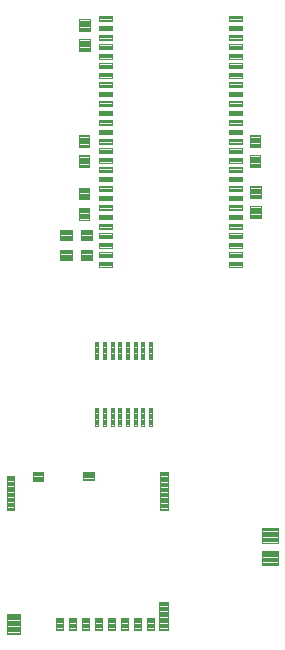
<source format=gbp>
G75*
%MOIN*%
%OFA0B0*%
%FSLAX25Y25*%
%IPPOS*%
%LPD*%
%AMOC8*
5,1,8,0,0,1.08239X$1,22.5*
%
%ADD10C,0.00394*%
%ADD11C,0.00400*%
%ADD12C,0.00409*%
%ADD13C,0.00413*%
%ADD14C,0.00404*%
%ADD15C,0.00399*%
%ADD16C,0.00390*%
%ADD17C,0.00406*%
D10*
X0271964Y0270625D02*
X0275900Y0270625D01*
X0275900Y0267083D01*
X0271964Y0267083D01*
X0271964Y0270625D01*
X0271964Y0267476D02*
X0275900Y0267476D01*
X0275900Y0267869D02*
X0271964Y0267869D01*
X0271964Y0268262D02*
X0275900Y0268262D01*
X0275900Y0268655D02*
X0271964Y0268655D01*
X0271964Y0269048D02*
X0275900Y0269048D01*
X0275900Y0269441D02*
X0271964Y0269441D01*
X0271964Y0269834D02*
X0275900Y0269834D01*
X0275900Y0270227D02*
X0271964Y0270227D01*
X0271964Y0270620D02*
X0275900Y0270620D01*
X0278657Y0270625D02*
X0282593Y0270625D01*
X0282593Y0267083D01*
X0278657Y0267083D01*
X0278657Y0270625D01*
X0278657Y0267476D02*
X0282593Y0267476D01*
X0282593Y0267869D02*
X0278657Y0267869D01*
X0278657Y0268262D02*
X0282593Y0268262D01*
X0282593Y0268655D02*
X0278657Y0268655D01*
X0278657Y0269048D02*
X0282593Y0269048D01*
X0282593Y0269441D02*
X0278657Y0269441D01*
X0278657Y0269834D02*
X0282593Y0269834D01*
X0282593Y0270227D02*
X0278657Y0270227D01*
X0278657Y0270620D02*
X0282593Y0270620D01*
X0289081Y0271372D02*
X0289081Y0272946D01*
X0289081Y0271372D02*
X0284751Y0271372D01*
X0284751Y0272946D01*
X0289081Y0272946D01*
X0289081Y0271765D02*
X0284751Y0271765D01*
X0284751Y0272158D02*
X0289081Y0272158D01*
X0289081Y0272551D02*
X0284751Y0272551D01*
X0284751Y0272944D02*
X0289081Y0272944D01*
X0289081Y0274521D02*
X0289081Y0276095D01*
X0289081Y0274521D02*
X0284751Y0274521D01*
X0284751Y0276095D01*
X0289081Y0276095D01*
X0289081Y0274914D02*
X0284751Y0274914D01*
X0284751Y0275307D02*
X0289081Y0275307D01*
X0289081Y0275700D02*
X0284751Y0275700D01*
X0284751Y0276093D02*
X0289081Y0276093D01*
X0289081Y0277671D02*
X0289081Y0279245D01*
X0289081Y0277671D02*
X0284751Y0277671D01*
X0284751Y0279245D01*
X0289081Y0279245D01*
X0289081Y0278064D02*
X0284751Y0278064D01*
X0284751Y0278457D02*
X0289081Y0278457D01*
X0289081Y0278850D02*
X0284751Y0278850D01*
X0284751Y0279243D02*
X0289081Y0279243D01*
X0289081Y0280820D02*
X0289081Y0282394D01*
X0289081Y0280820D02*
X0284751Y0280820D01*
X0284751Y0282394D01*
X0289081Y0282394D01*
X0289081Y0281213D02*
X0284751Y0281213D01*
X0284751Y0281606D02*
X0289081Y0281606D01*
X0289081Y0281999D02*
X0284751Y0281999D01*
X0284751Y0282392D02*
X0289081Y0282392D01*
X0289081Y0283970D02*
X0289081Y0285544D01*
X0289081Y0283970D02*
X0284751Y0283970D01*
X0284751Y0285544D01*
X0289081Y0285544D01*
X0289081Y0284363D02*
X0284751Y0284363D01*
X0284751Y0284756D02*
X0289081Y0284756D01*
X0289081Y0285149D02*
X0284751Y0285149D01*
X0284751Y0285542D02*
X0289081Y0285542D01*
X0289081Y0287120D02*
X0289081Y0288694D01*
X0289081Y0287120D02*
X0284751Y0287120D01*
X0284751Y0288694D01*
X0289081Y0288694D01*
X0289081Y0287513D02*
X0284751Y0287513D01*
X0284751Y0287906D02*
X0289081Y0287906D01*
X0289081Y0288299D02*
X0284751Y0288299D01*
X0284751Y0288692D02*
X0289081Y0288692D01*
X0289081Y0290269D02*
X0289081Y0291843D01*
X0289081Y0290269D02*
X0284751Y0290269D01*
X0284751Y0291843D01*
X0289081Y0291843D01*
X0289081Y0290662D02*
X0284751Y0290662D01*
X0284751Y0291055D02*
X0289081Y0291055D01*
X0289081Y0291448D02*
X0284751Y0291448D01*
X0284751Y0291841D02*
X0289081Y0291841D01*
X0289081Y0293419D02*
X0289081Y0294993D01*
X0289081Y0293419D02*
X0284751Y0293419D01*
X0284751Y0294993D01*
X0289081Y0294993D01*
X0289081Y0293812D02*
X0284751Y0293812D01*
X0284751Y0294205D02*
X0289081Y0294205D01*
X0289081Y0294598D02*
X0284751Y0294598D01*
X0284751Y0294991D02*
X0289081Y0294991D01*
X0289081Y0296569D02*
X0289081Y0298143D01*
X0289081Y0296569D02*
X0284751Y0296569D01*
X0284751Y0298143D01*
X0289081Y0298143D01*
X0289081Y0296962D02*
X0284751Y0296962D01*
X0284751Y0297355D02*
X0289081Y0297355D01*
X0289081Y0297748D02*
X0284751Y0297748D01*
X0284751Y0298141D02*
X0289081Y0298141D01*
X0289081Y0299718D02*
X0289081Y0301292D01*
X0289081Y0299718D02*
X0284751Y0299718D01*
X0284751Y0301292D01*
X0289081Y0301292D01*
X0289081Y0300111D02*
X0284751Y0300111D01*
X0284751Y0300504D02*
X0289081Y0300504D01*
X0289081Y0300897D02*
X0284751Y0300897D01*
X0284751Y0301290D02*
X0289081Y0301290D01*
X0289081Y0302868D02*
X0289081Y0304442D01*
X0289081Y0302868D02*
X0284751Y0302868D01*
X0284751Y0304442D01*
X0289081Y0304442D01*
X0289081Y0303261D02*
X0284751Y0303261D01*
X0284751Y0303654D02*
X0289081Y0303654D01*
X0289081Y0304047D02*
X0284751Y0304047D01*
X0284751Y0304440D02*
X0289081Y0304440D01*
X0289081Y0306017D02*
X0289081Y0307591D01*
X0289081Y0306017D02*
X0284751Y0306017D01*
X0284751Y0307591D01*
X0289081Y0307591D01*
X0289081Y0306410D02*
X0284751Y0306410D01*
X0284751Y0306803D02*
X0289081Y0306803D01*
X0289081Y0307196D02*
X0284751Y0307196D01*
X0284751Y0307589D02*
X0289081Y0307589D01*
X0289081Y0309167D02*
X0289081Y0310741D01*
X0289081Y0309167D02*
X0284751Y0309167D01*
X0284751Y0310741D01*
X0289081Y0310741D01*
X0289081Y0309560D02*
X0284751Y0309560D01*
X0284751Y0309953D02*
X0289081Y0309953D01*
X0289081Y0310346D02*
X0284751Y0310346D01*
X0284751Y0310739D02*
X0289081Y0310739D01*
X0289081Y0312317D02*
X0289081Y0313891D01*
X0289081Y0312317D02*
X0284751Y0312317D01*
X0284751Y0313891D01*
X0289081Y0313891D01*
X0289081Y0312710D02*
X0284751Y0312710D01*
X0284751Y0313103D02*
X0289081Y0313103D01*
X0289081Y0313496D02*
X0284751Y0313496D01*
X0284751Y0313889D02*
X0289081Y0313889D01*
X0289081Y0315466D02*
X0289081Y0317040D01*
X0289081Y0315466D02*
X0284751Y0315466D01*
X0284751Y0317040D01*
X0289081Y0317040D01*
X0289081Y0315859D02*
X0284751Y0315859D01*
X0284751Y0316252D02*
X0289081Y0316252D01*
X0289081Y0316645D02*
X0284751Y0316645D01*
X0284751Y0317038D02*
X0289081Y0317038D01*
X0289081Y0318616D02*
X0289081Y0320190D01*
X0289081Y0318616D02*
X0284751Y0318616D01*
X0284751Y0320190D01*
X0289081Y0320190D01*
X0289081Y0319009D02*
X0284751Y0319009D01*
X0284751Y0319402D02*
X0289081Y0319402D01*
X0289081Y0319795D02*
X0284751Y0319795D01*
X0284751Y0320188D02*
X0289081Y0320188D01*
X0289081Y0321765D02*
X0289081Y0323339D01*
X0289081Y0321765D02*
X0284751Y0321765D01*
X0284751Y0323339D01*
X0289081Y0323339D01*
X0289081Y0322158D02*
X0284751Y0322158D01*
X0284751Y0322551D02*
X0289081Y0322551D01*
X0289081Y0322944D02*
X0284751Y0322944D01*
X0284751Y0323337D02*
X0289081Y0323337D01*
X0289081Y0324915D02*
X0289081Y0326489D01*
X0289081Y0324915D02*
X0284751Y0324915D01*
X0284751Y0326489D01*
X0289081Y0326489D01*
X0289081Y0325308D02*
X0284751Y0325308D01*
X0284751Y0325701D02*
X0289081Y0325701D01*
X0289081Y0326094D02*
X0284751Y0326094D01*
X0284751Y0326487D02*
X0289081Y0326487D01*
X0289081Y0328065D02*
X0289081Y0329639D01*
X0289081Y0328065D02*
X0284751Y0328065D01*
X0284751Y0329639D01*
X0289081Y0329639D01*
X0289081Y0328458D02*
X0284751Y0328458D01*
X0284751Y0328851D02*
X0289081Y0328851D01*
X0289081Y0329244D02*
X0284751Y0329244D01*
X0284751Y0329637D02*
X0289081Y0329637D01*
X0289081Y0331214D02*
X0289081Y0332788D01*
X0289081Y0331214D02*
X0284751Y0331214D01*
X0284751Y0332788D01*
X0289081Y0332788D01*
X0289081Y0331607D02*
X0284751Y0331607D01*
X0284751Y0332000D02*
X0289081Y0332000D01*
X0289081Y0332393D02*
X0284751Y0332393D01*
X0284751Y0332786D02*
X0289081Y0332786D01*
X0289081Y0334364D02*
X0289081Y0335938D01*
X0289081Y0334364D02*
X0284751Y0334364D01*
X0284751Y0335938D01*
X0289081Y0335938D01*
X0289081Y0334757D02*
X0284751Y0334757D01*
X0284751Y0335150D02*
X0289081Y0335150D01*
X0289081Y0335543D02*
X0284751Y0335543D01*
X0284751Y0335936D02*
X0289081Y0335936D01*
X0289081Y0337513D02*
X0289081Y0339087D01*
X0289081Y0337513D02*
X0284751Y0337513D01*
X0284751Y0339087D01*
X0289081Y0339087D01*
X0289081Y0337906D02*
X0284751Y0337906D01*
X0284751Y0338299D02*
X0289081Y0338299D01*
X0289081Y0338692D02*
X0284751Y0338692D01*
X0284751Y0339085D02*
X0289081Y0339085D01*
X0289081Y0340663D02*
X0289081Y0342237D01*
X0289081Y0340663D02*
X0284751Y0340663D01*
X0284751Y0342237D01*
X0289081Y0342237D01*
X0289081Y0341056D02*
X0284751Y0341056D01*
X0284751Y0341449D02*
X0289081Y0341449D01*
X0289081Y0341842D02*
X0284751Y0341842D01*
X0284751Y0342235D02*
X0289081Y0342235D01*
X0289081Y0343813D02*
X0289081Y0345387D01*
X0289081Y0343813D02*
X0284751Y0343813D01*
X0284751Y0345387D01*
X0289081Y0345387D01*
X0289081Y0344206D02*
X0284751Y0344206D01*
X0284751Y0344599D02*
X0289081Y0344599D01*
X0289081Y0344992D02*
X0284751Y0344992D01*
X0284751Y0345385D02*
X0289081Y0345385D01*
X0289081Y0346962D02*
X0289081Y0348536D01*
X0289081Y0346962D02*
X0284751Y0346962D01*
X0284751Y0348536D01*
X0289081Y0348536D01*
X0289081Y0347355D02*
X0284751Y0347355D01*
X0284751Y0347748D02*
X0289081Y0347748D01*
X0289081Y0348141D02*
X0284751Y0348141D01*
X0284751Y0348534D02*
X0289081Y0348534D01*
X0278207Y0347469D02*
X0278207Y0343533D01*
X0278207Y0347469D02*
X0281749Y0347469D01*
X0281749Y0343533D01*
X0278207Y0343533D01*
X0278207Y0343926D02*
X0281749Y0343926D01*
X0281749Y0344319D02*
X0278207Y0344319D01*
X0278207Y0344712D02*
X0281749Y0344712D01*
X0281749Y0345105D02*
X0278207Y0345105D01*
X0278207Y0345498D02*
X0281749Y0345498D01*
X0281749Y0345891D02*
X0278207Y0345891D01*
X0278207Y0346284D02*
X0281749Y0346284D01*
X0281749Y0346677D02*
X0278207Y0346677D01*
X0278207Y0347070D02*
X0281749Y0347070D01*
X0281749Y0347463D02*
X0278207Y0347463D01*
X0278207Y0340776D02*
X0278207Y0336840D01*
X0278207Y0340776D02*
X0281749Y0340776D01*
X0281749Y0336840D01*
X0278207Y0336840D01*
X0278207Y0337233D02*
X0281749Y0337233D01*
X0281749Y0337626D02*
X0278207Y0337626D01*
X0278207Y0338019D02*
X0281749Y0338019D01*
X0281749Y0338412D02*
X0278207Y0338412D01*
X0278207Y0338805D02*
X0281749Y0338805D01*
X0281749Y0339198D02*
X0278207Y0339198D01*
X0278207Y0339591D02*
X0281749Y0339591D01*
X0281749Y0339984D02*
X0278207Y0339984D01*
X0278207Y0340377D02*
X0281749Y0340377D01*
X0281749Y0340770D02*
X0278207Y0340770D01*
X0278007Y0308869D02*
X0278007Y0304933D01*
X0278007Y0308869D02*
X0281549Y0308869D01*
X0281549Y0304933D01*
X0278007Y0304933D01*
X0278007Y0305326D02*
X0281549Y0305326D01*
X0281549Y0305719D02*
X0278007Y0305719D01*
X0278007Y0306112D02*
X0281549Y0306112D01*
X0281549Y0306505D02*
X0278007Y0306505D01*
X0278007Y0306898D02*
X0281549Y0306898D01*
X0281549Y0307291D02*
X0278007Y0307291D01*
X0278007Y0307684D02*
X0281549Y0307684D01*
X0281549Y0308077D02*
X0278007Y0308077D01*
X0278007Y0308470D02*
X0281549Y0308470D01*
X0281549Y0308863D02*
X0278007Y0308863D01*
X0278007Y0302176D02*
X0278007Y0298240D01*
X0278007Y0302176D02*
X0281549Y0302176D01*
X0281549Y0298240D01*
X0278007Y0298240D01*
X0278007Y0298633D02*
X0281549Y0298633D01*
X0281549Y0299026D02*
X0278007Y0299026D01*
X0278007Y0299419D02*
X0281549Y0299419D01*
X0281549Y0299812D02*
X0278007Y0299812D01*
X0278007Y0300205D02*
X0281549Y0300205D01*
X0281549Y0300598D02*
X0278007Y0300598D01*
X0278007Y0300991D02*
X0281549Y0300991D01*
X0281549Y0301384D02*
X0278007Y0301384D01*
X0278007Y0301777D02*
X0281549Y0301777D01*
X0281549Y0302170D02*
X0278007Y0302170D01*
X0278007Y0291369D02*
X0278007Y0287433D01*
X0278007Y0291369D02*
X0281549Y0291369D01*
X0281549Y0287433D01*
X0278007Y0287433D01*
X0278007Y0287826D02*
X0281549Y0287826D01*
X0281549Y0288219D02*
X0278007Y0288219D01*
X0278007Y0288612D02*
X0281549Y0288612D01*
X0281549Y0289005D02*
X0278007Y0289005D01*
X0278007Y0289398D02*
X0281549Y0289398D01*
X0281549Y0289791D02*
X0278007Y0289791D01*
X0278007Y0290184D02*
X0281549Y0290184D01*
X0281549Y0290577D02*
X0278007Y0290577D01*
X0278007Y0290970D02*
X0281549Y0290970D01*
X0281549Y0291363D02*
X0278007Y0291363D01*
X0278007Y0284676D02*
X0278007Y0280740D01*
X0278007Y0284676D02*
X0281549Y0284676D01*
X0281549Y0280740D01*
X0278007Y0280740D01*
X0278007Y0281133D02*
X0281549Y0281133D01*
X0281549Y0281526D02*
X0278007Y0281526D01*
X0278007Y0281919D02*
X0281549Y0281919D01*
X0281549Y0282312D02*
X0278007Y0282312D01*
X0278007Y0282705D02*
X0281549Y0282705D01*
X0281549Y0283098D02*
X0278007Y0283098D01*
X0278007Y0283491D02*
X0281549Y0283491D01*
X0281549Y0283884D02*
X0278007Y0283884D01*
X0278007Y0284277D02*
X0281549Y0284277D01*
X0281549Y0284670D02*
X0278007Y0284670D01*
X0278657Y0277375D02*
X0282593Y0277375D01*
X0282593Y0273833D01*
X0278657Y0273833D01*
X0278657Y0277375D01*
X0278657Y0274226D02*
X0282593Y0274226D01*
X0282593Y0274619D02*
X0278657Y0274619D01*
X0278657Y0275012D02*
X0282593Y0275012D01*
X0282593Y0275405D02*
X0278657Y0275405D01*
X0278657Y0275798D02*
X0282593Y0275798D01*
X0282593Y0276191D02*
X0278657Y0276191D01*
X0278657Y0276584D02*
X0282593Y0276584D01*
X0282593Y0276977D02*
X0278657Y0276977D01*
X0278657Y0277370D02*
X0282593Y0277370D01*
X0275900Y0277375D02*
X0271964Y0277375D01*
X0275900Y0277375D02*
X0275900Y0273833D01*
X0271964Y0273833D01*
X0271964Y0277375D01*
X0271964Y0274226D02*
X0275900Y0274226D01*
X0275900Y0274619D02*
X0271964Y0274619D01*
X0271964Y0275012D02*
X0275900Y0275012D01*
X0275900Y0275405D02*
X0271964Y0275405D01*
X0271964Y0275798D02*
X0275900Y0275798D01*
X0275900Y0276191D02*
X0271964Y0276191D01*
X0271964Y0276584D02*
X0275900Y0276584D01*
X0275900Y0276977D02*
X0271964Y0276977D01*
X0271964Y0277370D02*
X0275900Y0277370D01*
X0289081Y0269796D02*
X0289081Y0268222D01*
X0284751Y0268222D01*
X0284751Y0269796D01*
X0289081Y0269796D01*
X0289081Y0268615D02*
X0284751Y0268615D01*
X0284751Y0269008D02*
X0289081Y0269008D01*
X0289081Y0269401D02*
X0284751Y0269401D01*
X0284751Y0269794D02*
X0289081Y0269794D01*
X0289081Y0266646D02*
X0289081Y0265072D01*
X0284751Y0265072D01*
X0284751Y0266646D01*
X0289081Y0266646D01*
X0289081Y0265465D02*
X0284751Y0265465D01*
X0284751Y0265858D02*
X0289081Y0265858D01*
X0289081Y0266251D02*
X0284751Y0266251D01*
X0284751Y0266644D02*
X0289081Y0266644D01*
X0328076Y0266646D02*
X0328076Y0265072D01*
X0328076Y0266646D02*
X0332406Y0266646D01*
X0332406Y0265072D01*
X0328076Y0265072D01*
X0328076Y0265465D02*
X0332406Y0265465D01*
X0332406Y0265858D02*
X0328076Y0265858D01*
X0328076Y0266251D02*
X0332406Y0266251D01*
X0332406Y0266644D02*
X0328076Y0266644D01*
X0328076Y0268222D02*
X0328076Y0269796D01*
X0332406Y0269796D01*
X0332406Y0268222D01*
X0328076Y0268222D01*
X0328076Y0268615D02*
X0332406Y0268615D01*
X0332406Y0269008D02*
X0328076Y0269008D01*
X0328076Y0269401D02*
X0332406Y0269401D01*
X0332406Y0269794D02*
X0328076Y0269794D01*
X0328076Y0271372D02*
X0328076Y0272946D01*
X0332406Y0272946D01*
X0332406Y0271372D01*
X0328076Y0271372D01*
X0328076Y0271765D02*
X0332406Y0271765D01*
X0332406Y0272158D02*
X0328076Y0272158D01*
X0328076Y0272551D02*
X0332406Y0272551D01*
X0332406Y0272944D02*
X0328076Y0272944D01*
X0328076Y0274521D02*
X0328076Y0276095D01*
X0332406Y0276095D01*
X0332406Y0274521D01*
X0328076Y0274521D01*
X0328076Y0274914D02*
X0332406Y0274914D01*
X0332406Y0275307D02*
X0328076Y0275307D01*
X0328076Y0275700D02*
X0332406Y0275700D01*
X0332406Y0276093D02*
X0328076Y0276093D01*
X0328076Y0277671D02*
X0328076Y0279245D01*
X0332406Y0279245D01*
X0332406Y0277671D01*
X0328076Y0277671D01*
X0328076Y0278064D02*
X0332406Y0278064D01*
X0332406Y0278457D02*
X0328076Y0278457D01*
X0328076Y0278850D02*
X0332406Y0278850D01*
X0332406Y0279243D02*
X0328076Y0279243D01*
X0328076Y0280820D02*
X0328076Y0282394D01*
X0332406Y0282394D01*
X0332406Y0280820D01*
X0328076Y0280820D01*
X0328076Y0281213D02*
X0332406Y0281213D01*
X0332406Y0281606D02*
X0328076Y0281606D01*
X0328076Y0281999D02*
X0332406Y0281999D01*
X0332406Y0282392D02*
X0328076Y0282392D01*
X0328076Y0283970D02*
X0328076Y0285544D01*
X0332406Y0285544D01*
X0332406Y0283970D01*
X0328076Y0283970D01*
X0328076Y0284363D02*
X0332406Y0284363D01*
X0332406Y0284756D02*
X0328076Y0284756D01*
X0328076Y0285149D02*
X0332406Y0285149D01*
X0332406Y0285542D02*
X0328076Y0285542D01*
X0328076Y0287120D02*
X0328076Y0288694D01*
X0332406Y0288694D01*
X0332406Y0287120D01*
X0328076Y0287120D01*
X0328076Y0287513D02*
X0332406Y0287513D01*
X0332406Y0287906D02*
X0328076Y0287906D01*
X0328076Y0288299D02*
X0332406Y0288299D01*
X0332406Y0288692D02*
X0328076Y0288692D01*
X0328076Y0290269D02*
X0328076Y0291843D01*
X0332406Y0291843D01*
X0332406Y0290269D01*
X0328076Y0290269D01*
X0328076Y0290662D02*
X0332406Y0290662D01*
X0332406Y0291055D02*
X0328076Y0291055D01*
X0328076Y0291448D02*
X0332406Y0291448D01*
X0332406Y0291841D02*
X0328076Y0291841D01*
X0328076Y0293419D02*
X0328076Y0294993D01*
X0332406Y0294993D01*
X0332406Y0293419D01*
X0328076Y0293419D01*
X0328076Y0293812D02*
X0332406Y0293812D01*
X0332406Y0294205D02*
X0328076Y0294205D01*
X0328076Y0294598D02*
X0332406Y0294598D01*
X0332406Y0294991D02*
X0328076Y0294991D01*
X0328076Y0296569D02*
X0328076Y0298143D01*
X0332406Y0298143D01*
X0332406Y0296569D01*
X0328076Y0296569D01*
X0328076Y0296962D02*
X0332406Y0296962D01*
X0332406Y0297355D02*
X0328076Y0297355D01*
X0328076Y0297748D02*
X0332406Y0297748D01*
X0332406Y0298141D02*
X0328076Y0298141D01*
X0328076Y0299718D02*
X0328076Y0301292D01*
X0332406Y0301292D01*
X0332406Y0299718D01*
X0328076Y0299718D01*
X0328076Y0300111D02*
X0332406Y0300111D01*
X0332406Y0300504D02*
X0328076Y0300504D01*
X0328076Y0300897D02*
X0332406Y0300897D01*
X0332406Y0301290D02*
X0328076Y0301290D01*
X0328076Y0302868D02*
X0328076Y0304442D01*
X0332406Y0304442D01*
X0332406Y0302868D01*
X0328076Y0302868D01*
X0328076Y0303261D02*
X0332406Y0303261D01*
X0332406Y0303654D02*
X0328076Y0303654D01*
X0328076Y0304047D02*
X0332406Y0304047D01*
X0332406Y0304440D02*
X0328076Y0304440D01*
X0328076Y0306017D02*
X0328076Y0307591D01*
X0332406Y0307591D01*
X0332406Y0306017D01*
X0328076Y0306017D01*
X0328076Y0306410D02*
X0332406Y0306410D01*
X0332406Y0306803D02*
X0328076Y0306803D01*
X0328076Y0307196D02*
X0332406Y0307196D01*
X0332406Y0307589D02*
X0328076Y0307589D01*
X0328076Y0309167D02*
X0328076Y0310741D01*
X0332406Y0310741D01*
X0332406Y0309167D01*
X0328076Y0309167D01*
X0328076Y0309560D02*
X0332406Y0309560D01*
X0332406Y0309953D02*
X0328076Y0309953D01*
X0328076Y0310346D02*
X0332406Y0310346D01*
X0332406Y0310739D02*
X0328076Y0310739D01*
X0328076Y0312317D02*
X0328076Y0313891D01*
X0332406Y0313891D01*
X0332406Y0312317D01*
X0328076Y0312317D01*
X0328076Y0312710D02*
X0332406Y0312710D01*
X0332406Y0313103D02*
X0328076Y0313103D01*
X0328076Y0313496D02*
X0332406Y0313496D01*
X0332406Y0313889D02*
X0328076Y0313889D01*
X0328076Y0315466D02*
X0328076Y0317040D01*
X0332406Y0317040D01*
X0332406Y0315466D01*
X0328076Y0315466D01*
X0328076Y0315859D02*
X0332406Y0315859D01*
X0332406Y0316252D02*
X0328076Y0316252D01*
X0328076Y0316645D02*
X0332406Y0316645D01*
X0332406Y0317038D02*
X0328076Y0317038D01*
X0328076Y0318616D02*
X0328076Y0320190D01*
X0332406Y0320190D01*
X0332406Y0318616D01*
X0328076Y0318616D01*
X0328076Y0319009D02*
X0332406Y0319009D01*
X0332406Y0319402D02*
X0328076Y0319402D01*
X0328076Y0319795D02*
X0332406Y0319795D01*
X0332406Y0320188D02*
X0328076Y0320188D01*
X0328076Y0321765D02*
X0328076Y0323339D01*
X0332406Y0323339D01*
X0332406Y0321765D01*
X0328076Y0321765D01*
X0328076Y0322158D02*
X0332406Y0322158D01*
X0332406Y0322551D02*
X0328076Y0322551D01*
X0328076Y0322944D02*
X0332406Y0322944D01*
X0332406Y0323337D02*
X0328076Y0323337D01*
X0328076Y0324915D02*
X0328076Y0326489D01*
X0332406Y0326489D01*
X0332406Y0324915D01*
X0328076Y0324915D01*
X0328076Y0325308D02*
X0332406Y0325308D01*
X0332406Y0325701D02*
X0328076Y0325701D01*
X0328076Y0326094D02*
X0332406Y0326094D01*
X0332406Y0326487D02*
X0328076Y0326487D01*
X0328076Y0328065D02*
X0328076Y0329639D01*
X0332406Y0329639D01*
X0332406Y0328065D01*
X0328076Y0328065D01*
X0328076Y0328458D02*
X0332406Y0328458D01*
X0332406Y0328851D02*
X0328076Y0328851D01*
X0328076Y0329244D02*
X0332406Y0329244D01*
X0332406Y0329637D02*
X0328076Y0329637D01*
X0328076Y0331214D02*
X0328076Y0332788D01*
X0332406Y0332788D01*
X0332406Y0331214D01*
X0328076Y0331214D01*
X0328076Y0331607D02*
X0332406Y0331607D01*
X0332406Y0332000D02*
X0328076Y0332000D01*
X0328076Y0332393D02*
X0332406Y0332393D01*
X0332406Y0332786D02*
X0328076Y0332786D01*
X0328076Y0334364D02*
X0328076Y0335938D01*
X0332406Y0335938D01*
X0332406Y0334364D01*
X0328076Y0334364D01*
X0328076Y0334757D02*
X0332406Y0334757D01*
X0332406Y0335150D02*
X0328076Y0335150D01*
X0328076Y0335543D02*
X0332406Y0335543D01*
X0332406Y0335936D02*
X0328076Y0335936D01*
X0328076Y0337513D02*
X0328076Y0339087D01*
X0332406Y0339087D01*
X0332406Y0337513D01*
X0328076Y0337513D01*
X0328076Y0337906D02*
X0332406Y0337906D01*
X0332406Y0338299D02*
X0328076Y0338299D01*
X0328076Y0338692D02*
X0332406Y0338692D01*
X0332406Y0339085D02*
X0328076Y0339085D01*
X0328076Y0340663D02*
X0328076Y0342237D01*
X0332406Y0342237D01*
X0332406Y0340663D01*
X0328076Y0340663D01*
X0328076Y0341056D02*
X0332406Y0341056D01*
X0332406Y0341449D02*
X0328076Y0341449D01*
X0328076Y0341842D02*
X0332406Y0341842D01*
X0332406Y0342235D02*
X0328076Y0342235D01*
X0328076Y0343813D02*
X0328076Y0345387D01*
X0332406Y0345387D01*
X0332406Y0343813D01*
X0328076Y0343813D01*
X0328076Y0344206D02*
X0332406Y0344206D01*
X0332406Y0344599D02*
X0328076Y0344599D01*
X0328076Y0344992D02*
X0332406Y0344992D01*
X0332406Y0345385D02*
X0328076Y0345385D01*
X0328076Y0346962D02*
X0328076Y0348536D01*
X0332406Y0348536D01*
X0332406Y0346962D01*
X0328076Y0346962D01*
X0328076Y0347355D02*
X0332406Y0347355D01*
X0332406Y0347748D02*
X0328076Y0347748D01*
X0328076Y0348141D02*
X0332406Y0348141D01*
X0332406Y0348534D02*
X0328076Y0348534D01*
X0338599Y0308819D02*
X0338599Y0304883D01*
X0335057Y0304883D01*
X0335057Y0308819D01*
X0338599Y0308819D01*
X0338599Y0305276D02*
X0335057Y0305276D01*
X0335057Y0305669D02*
X0338599Y0305669D01*
X0338599Y0306062D02*
X0335057Y0306062D01*
X0335057Y0306455D02*
X0338599Y0306455D01*
X0338599Y0306848D02*
X0335057Y0306848D01*
X0335057Y0307241D02*
X0338599Y0307241D01*
X0338599Y0307634D02*
X0335057Y0307634D01*
X0335057Y0308027D02*
X0338599Y0308027D01*
X0338599Y0308420D02*
X0335057Y0308420D01*
X0335057Y0308813D02*
X0338599Y0308813D01*
X0338599Y0302126D02*
X0338599Y0298190D01*
X0335057Y0298190D01*
X0335057Y0302126D01*
X0338599Y0302126D01*
X0338599Y0298583D02*
X0335057Y0298583D01*
X0335057Y0298976D02*
X0338599Y0298976D01*
X0338599Y0299369D02*
X0335057Y0299369D01*
X0335057Y0299762D02*
X0338599Y0299762D01*
X0338599Y0300155D02*
X0335057Y0300155D01*
X0335057Y0300548D02*
X0338599Y0300548D01*
X0338599Y0300941D02*
X0335057Y0300941D01*
X0335057Y0301334D02*
X0338599Y0301334D01*
X0338599Y0301727D02*
X0335057Y0301727D01*
X0335057Y0302120D02*
X0338599Y0302120D01*
X0338649Y0291819D02*
X0338649Y0287883D01*
X0335107Y0287883D01*
X0335107Y0291819D01*
X0338649Y0291819D01*
X0338649Y0288276D02*
X0335107Y0288276D01*
X0335107Y0288669D02*
X0338649Y0288669D01*
X0338649Y0289062D02*
X0335107Y0289062D01*
X0335107Y0289455D02*
X0338649Y0289455D01*
X0338649Y0289848D02*
X0335107Y0289848D01*
X0335107Y0290241D02*
X0338649Y0290241D01*
X0338649Y0290634D02*
X0335107Y0290634D01*
X0335107Y0291027D02*
X0338649Y0291027D01*
X0338649Y0291420D02*
X0335107Y0291420D01*
X0335107Y0291813D02*
X0338649Y0291813D01*
X0338649Y0285126D02*
X0338649Y0281190D01*
X0335107Y0281190D01*
X0335107Y0285126D01*
X0338649Y0285126D01*
X0338649Y0281583D02*
X0335107Y0281583D01*
X0335107Y0281976D02*
X0338649Y0281976D01*
X0338649Y0282369D02*
X0335107Y0282369D01*
X0335107Y0282762D02*
X0338649Y0282762D01*
X0338649Y0283155D02*
X0335107Y0283155D01*
X0335107Y0283548D02*
X0338649Y0283548D01*
X0338649Y0283941D02*
X0335107Y0283941D01*
X0335107Y0284334D02*
X0338649Y0284334D01*
X0338649Y0284727D02*
X0335107Y0284727D01*
X0335107Y0285120D02*
X0338649Y0285120D01*
D11*
X0302473Y0239977D02*
X0302473Y0234079D01*
X0301495Y0234079D01*
X0301495Y0239977D01*
X0302473Y0239977D01*
X0302473Y0234478D02*
X0301495Y0234478D01*
X0301495Y0234877D02*
X0302473Y0234877D01*
X0302473Y0235276D02*
X0301495Y0235276D01*
X0301495Y0235675D02*
X0302473Y0235675D01*
X0302473Y0236074D02*
X0301495Y0236074D01*
X0301495Y0236473D02*
X0302473Y0236473D01*
X0302473Y0236872D02*
X0301495Y0236872D01*
X0301495Y0237271D02*
X0302473Y0237271D01*
X0302473Y0237670D02*
X0301495Y0237670D01*
X0301495Y0238069D02*
X0302473Y0238069D01*
X0302473Y0238468D02*
X0301495Y0238468D01*
X0301495Y0238867D02*
X0302473Y0238867D01*
X0302473Y0239266D02*
X0301495Y0239266D01*
X0301495Y0239665D02*
X0302473Y0239665D01*
X0299914Y0239977D02*
X0299914Y0234079D01*
X0298936Y0234079D01*
X0298936Y0239977D01*
X0299914Y0239977D01*
X0299914Y0234478D02*
X0298936Y0234478D01*
X0298936Y0234877D02*
X0299914Y0234877D01*
X0299914Y0235276D02*
X0298936Y0235276D01*
X0298936Y0235675D02*
X0299914Y0235675D01*
X0299914Y0236074D02*
X0298936Y0236074D01*
X0298936Y0236473D02*
X0299914Y0236473D01*
X0299914Y0236872D02*
X0298936Y0236872D01*
X0298936Y0237271D02*
X0299914Y0237271D01*
X0299914Y0237670D02*
X0298936Y0237670D01*
X0298936Y0238069D02*
X0299914Y0238069D01*
X0299914Y0238468D02*
X0298936Y0238468D01*
X0298936Y0238867D02*
X0299914Y0238867D01*
X0299914Y0239266D02*
X0298936Y0239266D01*
X0298936Y0239665D02*
X0299914Y0239665D01*
X0297354Y0239977D02*
X0297354Y0234079D01*
X0296376Y0234079D01*
X0296376Y0239977D01*
X0297354Y0239977D01*
X0297354Y0234478D02*
X0296376Y0234478D01*
X0296376Y0234877D02*
X0297354Y0234877D01*
X0297354Y0235276D02*
X0296376Y0235276D01*
X0296376Y0235675D02*
X0297354Y0235675D01*
X0297354Y0236074D02*
X0296376Y0236074D01*
X0296376Y0236473D02*
X0297354Y0236473D01*
X0297354Y0236872D02*
X0296376Y0236872D01*
X0296376Y0237271D02*
X0297354Y0237271D01*
X0297354Y0237670D02*
X0296376Y0237670D01*
X0296376Y0238069D02*
X0297354Y0238069D01*
X0297354Y0238468D02*
X0296376Y0238468D01*
X0296376Y0238867D02*
X0297354Y0238867D01*
X0297354Y0239266D02*
X0296376Y0239266D01*
X0296376Y0239665D02*
X0297354Y0239665D01*
X0294795Y0239977D02*
X0294795Y0234079D01*
X0293817Y0234079D01*
X0293817Y0239977D01*
X0294795Y0239977D01*
X0294795Y0234478D02*
X0293817Y0234478D01*
X0293817Y0234877D02*
X0294795Y0234877D01*
X0294795Y0235276D02*
X0293817Y0235276D01*
X0293817Y0235675D02*
X0294795Y0235675D01*
X0294795Y0236074D02*
X0293817Y0236074D01*
X0293817Y0236473D02*
X0294795Y0236473D01*
X0294795Y0236872D02*
X0293817Y0236872D01*
X0293817Y0237271D02*
X0294795Y0237271D01*
X0294795Y0237670D02*
X0293817Y0237670D01*
X0293817Y0238069D02*
X0294795Y0238069D01*
X0294795Y0238468D02*
X0293817Y0238468D01*
X0293817Y0238867D02*
X0294795Y0238867D01*
X0294795Y0239266D02*
X0293817Y0239266D01*
X0293817Y0239665D02*
X0294795Y0239665D01*
X0292236Y0239977D02*
X0292236Y0234079D01*
X0291258Y0234079D01*
X0291258Y0239977D01*
X0292236Y0239977D01*
X0292236Y0234478D02*
X0291258Y0234478D01*
X0291258Y0234877D02*
X0292236Y0234877D01*
X0292236Y0235276D02*
X0291258Y0235276D01*
X0291258Y0235675D02*
X0292236Y0235675D01*
X0292236Y0236074D02*
X0291258Y0236074D01*
X0291258Y0236473D02*
X0292236Y0236473D01*
X0292236Y0236872D02*
X0291258Y0236872D01*
X0291258Y0237271D02*
X0292236Y0237271D01*
X0292236Y0237670D02*
X0291258Y0237670D01*
X0291258Y0238069D02*
X0292236Y0238069D01*
X0292236Y0238468D02*
X0291258Y0238468D01*
X0291258Y0238867D02*
X0292236Y0238867D01*
X0292236Y0239266D02*
X0291258Y0239266D01*
X0291258Y0239665D02*
X0292236Y0239665D01*
X0289677Y0239977D02*
X0289677Y0234079D01*
X0288699Y0234079D01*
X0288699Y0239977D01*
X0289677Y0239977D01*
X0289677Y0234478D02*
X0288699Y0234478D01*
X0288699Y0234877D02*
X0289677Y0234877D01*
X0289677Y0235276D02*
X0288699Y0235276D01*
X0288699Y0235675D02*
X0289677Y0235675D01*
X0289677Y0236074D02*
X0288699Y0236074D01*
X0288699Y0236473D02*
X0289677Y0236473D01*
X0289677Y0236872D02*
X0288699Y0236872D01*
X0288699Y0237271D02*
X0289677Y0237271D01*
X0289677Y0237670D02*
X0288699Y0237670D01*
X0288699Y0238069D02*
X0289677Y0238069D01*
X0289677Y0238468D02*
X0288699Y0238468D01*
X0288699Y0238867D02*
X0289677Y0238867D01*
X0289677Y0239266D02*
X0288699Y0239266D01*
X0288699Y0239665D02*
X0289677Y0239665D01*
X0287118Y0239977D02*
X0287118Y0234079D01*
X0286140Y0234079D01*
X0286140Y0239977D01*
X0287118Y0239977D01*
X0287118Y0234478D02*
X0286140Y0234478D01*
X0286140Y0234877D02*
X0287118Y0234877D01*
X0287118Y0235276D02*
X0286140Y0235276D01*
X0286140Y0235675D02*
X0287118Y0235675D01*
X0287118Y0236074D02*
X0286140Y0236074D01*
X0286140Y0236473D02*
X0287118Y0236473D01*
X0287118Y0236872D02*
X0286140Y0236872D01*
X0286140Y0237271D02*
X0287118Y0237271D01*
X0287118Y0237670D02*
X0286140Y0237670D01*
X0286140Y0238069D02*
X0287118Y0238069D01*
X0287118Y0238468D02*
X0286140Y0238468D01*
X0286140Y0238867D02*
X0287118Y0238867D01*
X0287118Y0239266D02*
X0286140Y0239266D01*
X0286140Y0239665D02*
X0287118Y0239665D01*
X0284559Y0239977D02*
X0284559Y0234079D01*
X0283581Y0234079D01*
X0283581Y0239977D01*
X0284559Y0239977D01*
X0284559Y0234478D02*
X0283581Y0234478D01*
X0283581Y0234877D02*
X0284559Y0234877D01*
X0284559Y0235276D02*
X0283581Y0235276D01*
X0283581Y0235675D02*
X0284559Y0235675D01*
X0284559Y0236074D02*
X0283581Y0236074D01*
X0283581Y0236473D02*
X0284559Y0236473D01*
X0284559Y0236872D02*
X0283581Y0236872D01*
X0283581Y0237271D02*
X0284559Y0237271D01*
X0284559Y0237670D02*
X0283581Y0237670D01*
X0283581Y0238069D02*
X0284559Y0238069D01*
X0284559Y0238468D02*
X0283581Y0238468D01*
X0283581Y0238867D02*
X0284559Y0238867D01*
X0284559Y0239266D02*
X0283581Y0239266D01*
X0283581Y0239665D02*
X0284559Y0239665D01*
X0284559Y0217930D02*
X0284559Y0212032D01*
X0283581Y0212032D01*
X0283581Y0217930D01*
X0284559Y0217930D01*
X0284559Y0212431D02*
X0283581Y0212431D01*
X0283581Y0212830D02*
X0284559Y0212830D01*
X0284559Y0213229D02*
X0283581Y0213229D01*
X0283581Y0213628D02*
X0284559Y0213628D01*
X0284559Y0214027D02*
X0283581Y0214027D01*
X0283581Y0214426D02*
X0284559Y0214426D01*
X0284559Y0214825D02*
X0283581Y0214825D01*
X0283581Y0215224D02*
X0284559Y0215224D01*
X0284559Y0215623D02*
X0283581Y0215623D01*
X0283581Y0216022D02*
X0284559Y0216022D01*
X0284559Y0216421D02*
X0283581Y0216421D01*
X0283581Y0216820D02*
X0284559Y0216820D01*
X0284559Y0217219D02*
X0283581Y0217219D01*
X0283581Y0217618D02*
X0284559Y0217618D01*
X0287118Y0217930D02*
X0287118Y0212032D01*
X0286140Y0212032D01*
X0286140Y0217930D01*
X0287118Y0217930D01*
X0287118Y0212431D02*
X0286140Y0212431D01*
X0286140Y0212830D02*
X0287118Y0212830D01*
X0287118Y0213229D02*
X0286140Y0213229D01*
X0286140Y0213628D02*
X0287118Y0213628D01*
X0287118Y0214027D02*
X0286140Y0214027D01*
X0286140Y0214426D02*
X0287118Y0214426D01*
X0287118Y0214825D02*
X0286140Y0214825D01*
X0286140Y0215224D02*
X0287118Y0215224D01*
X0287118Y0215623D02*
X0286140Y0215623D01*
X0286140Y0216022D02*
X0287118Y0216022D01*
X0287118Y0216421D02*
X0286140Y0216421D01*
X0286140Y0216820D02*
X0287118Y0216820D01*
X0287118Y0217219D02*
X0286140Y0217219D01*
X0286140Y0217618D02*
X0287118Y0217618D01*
X0289677Y0217930D02*
X0289677Y0212032D01*
X0288699Y0212032D01*
X0288699Y0217930D01*
X0289677Y0217930D01*
X0289677Y0212431D02*
X0288699Y0212431D01*
X0288699Y0212830D02*
X0289677Y0212830D01*
X0289677Y0213229D02*
X0288699Y0213229D01*
X0288699Y0213628D02*
X0289677Y0213628D01*
X0289677Y0214027D02*
X0288699Y0214027D01*
X0288699Y0214426D02*
X0289677Y0214426D01*
X0289677Y0214825D02*
X0288699Y0214825D01*
X0288699Y0215224D02*
X0289677Y0215224D01*
X0289677Y0215623D02*
X0288699Y0215623D01*
X0288699Y0216022D02*
X0289677Y0216022D01*
X0289677Y0216421D02*
X0288699Y0216421D01*
X0288699Y0216820D02*
X0289677Y0216820D01*
X0289677Y0217219D02*
X0288699Y0217219D01*
X0288699Y0217618D02*
X0289677Y0217618D01*
X0292236Y0217930D02*
X0292236Y0212032D01*
X0291258Y0212032D01*
X0291258Y0217930D01*
X0292236Y0217930D01*
X0292236Y0212431D02*
X0291258Y0212431D01*
X0291258Y0212830D02*
X0292236Y0212830D01*
X0292236Y0213229D02*
X0291258Y0213229D01*
X0291258Y0213628D02*
X0292236Y0213628D01*
X0292236Y0214027D02*
X0291258Y0214027D01*
X0291258Y0214426D02*
X0292236Y0214426D01*
X0292236Y0214825D02*
X0291258Y0214825D01*
X0291258Y0215224D02*
X0292236Y0215224D01*
X0292236Y0215623D02*
X0291258Y0215623D01*
X0291258Y0216022D02*
X0292236Y0216022D01*
X0292236Y0216421D02*
X0291258Y0216421D01*
X0291258Y0216820D02*
X0292236Y0216820D01*
X0292236Y0217219D02*
X0291258Y0217219D01*
X0291258Y0217618D02*
X0292236Y0217618D01*
X0294795Y0217930D02*
X0294795Y0212032D01*
X0293817Y0212032D01*
X0293817Y0217930D01*
X0294795Y0217930D01*
X0294795Y0212431D02*
X0293817Y0212431D01*
X0293817Y0212830D02*
X0294795Y0212830D01*
X0294795Y0213229D02*
X0293817Y0213229D01*
X0293817Y0213628D02*
X0294795Y0213628D01*
X0294795Y0214027D02*
X0293817Y0214027D01*
X0293817Y0214426D02*
X0294795Y0214426D01*
X0294795Y0214825D02*
X0293817Y0214825D01*
X0293817Y0215224D02*
X0294795Y0215224D01*
X0294795Y0215623D02*
X0293817Y0215623D01*
X0293817Y0216022D02*
X0294795Y0216022D01*
X0294795Y0216421D02*
X0293817Y0216421D01*
X0293817Y0216820D02*
X0294795Y0216820D01*
X0294795Y0217219D02*
X0293817Y0217219D01*
X0293817Y0217618D02*
X0294795Y0217618D01*
X0297354Y0217930D02*
X0297354Y0212032D01*
X0296376Y0212032D01*
X0296376Y0217930D01*
X0297354Y0217930D01*
X0297354Y0212431D02*
X0296376Y0212431D01*
X0296376Y0212830D02*
X0297354Y0212830D01*
X0297354Y0213229D02*
X0296376Y0213229D01*
X0296376Y0213628D02*
X0297354Y0213628D01*
X0297354Y0214027D02*
X0296376Y0214027D01*
X0296376Y0214426D02*
X0297354Y0214426D01*
X0297354Y0214825D02*
X0296376Y0214825D01*
X0296376Y0215224D02*
X0297354Y0215224D01*
X0297354Y0215623D02*
X0296376Y0215623D01*
X0296376Y0216022D02*
X0297354Y0216022D01*
X0297354Y0216421D02*
X0296376Y0216421D01*
X0296376Y0216820D02*
X0297354Y0216820D01*
X0297354Y0217219D02*
X0296376Y0217219D01*
X0296376Y0217618D02*
X0297354Y0217618D01*
X0299914Y0217930D02*
X0299914Y0212032D01*
X0298936Y0212032D01*
X0298936Y0217930D01*
X0299914Y0217930D01*
X0299914Y0212431D02*
X0298936Y0212431D01*
X0298936Y0212830D02*
X0299914Y0212830D01*
X0299914Y0213229D02*
X0298936Y0213229D01*
X0298936Y0213628D02*
X0299914Y0213628D01*
X0299914Y0214027D02*
X0298936Y0214027D01*
X0298936Y0214426D02*
X0299914Y0214426D01*
X0299914Y0214825D02*
X0298936Y0214825D01*
X0298936Y0215224D02*
X0299914Y0215224D01*
X0299914Y0215623D02*
X0298936Y0215623D01*
X0298936Y0216022D02*
X0299914Y0216022D01*
X0299914Y0216421D02*
X0298936Y0216421D01*
X0298936Y0216820D02*
X0299914Y0216820D01*
X0299914Y0217219D02*
X0298936Y0217219D01*
X0298936Y0217618D02*
X0299914Y0217618D01*
X0302473Y0217930D02*
X0302473Y0212032D01*
X0301495Y0212032D01*
X0301495Y0217930D01*
X0302473Y0217930D01*
X0302473Y0212431D02*
X0301495Y0212431D01*
X0301495Y0212830D02*
X0302473Y0212830D01*
X0302473Y0213229D02*
X0301495Y0213229D01*
X0301495Y0213628D02*
X0302473Y0213628D01*
X0302473Y0214027D02*
X0301495Y0214027D01*
X0301495Y0214426D02*
X0302473Y0214426D01*
X0302473Y0214825D02*
X0301495Y0214825D01*
X0301495Y0215224D02*
X0302473Y0215224D01*
X0302473Y0215623D02*
X0301495Y0215623D01*
X0301495Y0216022D02*
X0302473Y0216022D01*
X0302473Y0216421D02*
X0301495Y0216421D01*
X0301495Y0216820D02*
X0302473Y0216820D01*
X0302473Y0217219D02*
X0301495Y0217219D01*
X0301495Y0217618D02*
X0302473Y0217618D01*
D12*
X0339029Y0177749D02*
X0339029Y0173039D01*
X0339029Y0177749D02*
X0344527Y0177749D01*
X0344527Y0173039D01*
X0339029Y0173039D01*
X0339029Y0173447D02*
X0344527Y0173447D01*
X0344527Y0173855D02*
X0339029Y0173855D01*
X0339029Y0174263D02*
X0344527Y0174263D01*
X0344527Y0174671D02*
X0339029Y0174671D01*
X0339029Y0175079D02*
X0344527Y0175079D01*
X0344527Y0175487D02*
X0339029Y0175487D01*
X0339029Y0175895D02*
X0344527Y0175895D01*
X0344527Y0176303D02*
X0339029Y0176303D01*
X0339029Y0176711D02*
X0344527Y0176711D01*
X0344527Y0177119D02*
X0339029Y0177119D01*
X0339029Y0177527D02*
X0344527Y0177527D01*
X0339029Y0170269D02*
X0339029Y0165559D01*
X0339029Y0170269D02*
X0344527Y0170269D01*
X0344527Y0165559D01*
X0339029Y0165559D01*
X0339029Y0165967D02*
X0344527Y0165967D01*
X0344527Y0166375D02*
X0339029Y0166375D01*
X0339029Y0166783D02*
X0344527Y0166783D01*
X0344527Y0167191D02*
X0339029Y0167191D01*
X0339029Y0167599D02*
X0344527Y0167599D01*
X0344527Y0168007D02*
X0339029Y0168007D01*
X0339029Y0168415D02*
X0344527Y0168415D01*
X0344527Y0168823D02*
X0339029Y0168823D01*
X0339029Y0169231D02*
X0344527Y0169231D01*
X0344527Y0169639D02*
X0339029Y0169639D01*
X0339029Y0170047D02*
X0344527Y0170047D01*
D13*
X0307652Y0196648D02*
X0305308Y0196648D01*
X0307652Y0196648D02*
X0307652Y0183950D01*
X0305308Y0183950D01*
X0305308Y0196648D01*
X0305308Y0184362D02*
X0307652Y0184362D01*
X0307652Y0184774D02*
X0305308Y0184774D01*
X0305308Y0185186D02*
X0307652Y0185186D01*
X0307652Y0185598D02*
X0305308Y0185598D01*
X0305308Y0186010D02*
X0307652Y0186010D01*
X0307652Y0186422D02*
X0305308Y0186422D01*
X0305308Y0186834D02*
X0307652Y0186834D01*
X0307652Y0187246D02*
X0305308Y0187246D01*
X0305308Y0187658D02*
X0307652Y0187658D01*
X0307652Y0188070D02*
X0305308Y0188070D01*
X0305308Y0188482D02*
X0307652Y0188482D01*
X0307652Y0188894D02*
X0305308Y0188894D01*
X0305308Y0189306D02*
X0307652Y0189306D01*
X0307652Y0189718D02*
X0305308Y0189718D01*
X0305308Y0190130D02*
X0307652Y0190130D01*
X0307652Y0190542D02*
X0305308Y0190542D01*
X0305308Y0190954D02*
X0307652Y0190954D01*
X0307652Y0191366D02*
X0305308Y0191366D01*
X0305308Y0191778D02*
X0307652Y0191778D01*
X0307652Y0192190D02*
X0305308Y0192190D01*
X0305308Y0192602D02*
X0307652Y0192602D01*
X0307652Y0193014D02*
X0305308Y0193014D01*
X0305308Y0193426D02*
X0307652Y0193426D01*
X0307652Y0193838D02*
X0305308Y0193838D01*
X0305308Y0194250D02*
X0307652Y0194250D01*
X0307652Y0194662D02*
X0305308Y0194662D01*
X0305308Y0195074D02*
X0307652Y0195074D01*
X0307652Y0195486D02*
X0305308Y0195486D01*
X0305308Y0195898D02*
X0307652Y0195898D01*
X0307652Y0196310D02*
X0305308Y0196310D01*
X0256628Y0195113D02*
X0254284Y0195113D01*
X0256628Y0195113D02*
X0256628Y0183911D01*
X0254284Y0183911D01*
X0254284Y0195113D01*
X0254284Y0184323D02*
X0256628Y0184323D01*
X0256628Y0184735D02*
X0254284Y0184735D01*
X0254284Y0185147D02*
X0256628Y0185147D01*
X0256628Y0185559D02*
X0254284Y0185559D01*
X0254284Y0185971D02*
X0256628Y0185971D01*
X0256628Y0186383D02*
X0254284Y0186383D01*
X0254284Y0186795D02*
X0256628Y0186795D01*
X0256628Y0187207D02*
X0254284Y0187207D01*
X0254284Y0187619D02*
X0256628Y0187619D01*
X0256628Y0188031D02*
X0254284Y0188031D01*
X0254284Y0188443D02*
X0256628Y0188443D01*
X0256628Y0188855D02*
X0254284Y0188855D01*
X0254284Y0189267D02*
X0256628Y0189267D01*
X0256628Y0189679D02*
X0254284Y0189679D01*
X0254284Y0190091D02*
X0256628Y0190091D01*
X0256628Y0190503D02*
X0254284Y0190503D01*
X0254284Y0190915D02*
X0256628Y0190915D01*
X0256628Y0191327D02*
X0254284Y0191327D01*
X0254284Y0191739D02*
X0256628Y0191739D01*
X0256628Y0192151D02*
X0254284Y0192151D01*
X0254284Y0192563D02*
X0256628Y0192563D01*
X0256628Y0192975D02*
X0254284Y0192975D01*
X0254284Y0193387D02*
X0256628Y0193387D01*
X0256628Y0193799D02*
X0254284Y0193799D01*
X0254284Y0194211D02*
X0256628Y0194211D01*
X0256628Y0194623D02*
X0254284Y0194623D01*
X0254284Y0195035D02*
X0256628Y0195035D01*
X0270426Y0147908D02*
X0272770Y0147908D01*
X0272770Y0143990D01*
X0270426Y0143990D01*
X0270426Y0147908D01*
X0270426Y0144402D02*
X0272770Y0144402D01*
X0272770Y0144814D02*
X0270426Y0144814D01*
X0270426Y0145226D02*
X0272770Y0145226D01*
X0272770Y0145638D02*
X0270426Y0145638D01*
X0270426Y0146050D02*
X0272770Y0146050D01*
X0272770Y0146462D02*
X0270426Y0146462D01*
X0270426Y0146874D02*
X0272770Y0146874D01*
X0272770Y0147286D02*
X0270426Y0147286D01*
X0270426Y0147698D02*
X0272770Y0147698D01*
X0274757Y0147908D02*
X0277101Y0147908D01*
X0277101Y0143990D01*
X0274757Y0143990D01*
X0274757Y0147908D01*
X0274757Y0144402D02*
X0277101Y0144402D01*
X0277101Y0144814D02*
X0274757Y0144814D01*
X0274757Y0145226D02*
X0277101Y0145226D01*
X0277101Y0145638D02*
X0274757Y0145638D01*
X0274757Y0146050D02*
X0277101Y0146050D01*
X0277101Y0146462D02*
X0274757Y0146462D01*
X0274757Y0146874D02*
X0277101Y0146874D01*
X0277101Y0147286D02*
X0274757Y0147286D01*
X0274757Y0147698D02*
X0277101Y0147698D01*
X0279088Y0147908D02*
X0281432Y0147908D01*
X0281432Y0143990D01*
X0279088Y0143990D01*
X0279088Y0147908D01*
X0279088Y0144402D02*
X0281432Y0144402D01*
X0281432Y0144814D02*
X0279088Y0144814D01*
X0279088Y0145226D02*
X0281432Y0145226D01*
X0281432Y0145638D02*
X0279088Y0145638D01*
X0279088Y0146050D02*
X0281432Y0146050D01*
X0281432Y0146462D02*
X0279088Y0146462D01*
X0279088Y0146874D02*
X0281432Y0146874D01*
X0281432Y0147286D02*
X0279088Y0147286D01*
X0279088Y0147698D02*
X0281432Y0147698D01*
X0283418Y0147908D02*
X0285762Y0147908D01*
X0285762Y0143990D01*
X0283418Y0143990D01*
X0283418Y0147908D01*
X0283418Y0144402D02*
X0285762Y0144402D01*
X0285762Y0144814D02*
X0283418Y0144814D01*
X0283418Y0145226D02*
X0285762Y0145226D01*
X0285762Y0145638D02*
X0283418Y0145638D01*
X0283418Y0146050D02*
X0285762Y0146050D01*
X0285762Y0146462D02*
X0283418Y0146462D01*
X0283418Y0146874D02*
X0285762Y0146874D01*
X0285762Y0147286D02*
X0283418Y0147286D01*
X0283418Y0147698D02*
X0285762Y0147698D01*
X0287749Y0147908D02*
X0290093Y0147908D01*
X0290093Y0143990D01*
X0287749Y0143990D01*
X0287749Y0147908D01*
X0287749Y0144402D02*
X0290093Y0144402D01*
X0290093Y0144814D02*
X0287749Y0144814D01*
X0287749Y0145226D02*
X0290093Y0145226D01*
X0290093Y0145638D02*
X0287749Y0145638D01*
X0287749Y0146050D02*
X0290093Y0146050D01*
X0290093Y0146462D02*
X0287749Y0146462D01*
X0287749Y0146874D02*
X0290093Y0146874D01*
X0290093Y0147286D02*
X0287749Y0147286D01*
X0287749Y0147698D02*
X0290093Y0147698D01*
X0292080Y0147908D02*
X0294424Y0147908D01*
X0294424Y0143990D01*
X0292080Y0143990D01*
X0292080Y0147908D01*
X0292080Y0144402D02*
X0294424Y0144402D01*
X0294424Y0144814D02*
X0292080Y0144814D01*
X0292080Y0145226D02*
X0294424Y0145226D01*
X0294424Y0145638D02*
X0292080Y0145638D01*
X0292080Y0146050D02*
X0294424Y0146050D01*
X0294424Y0146462D02*
X0292080Y0146462D01*
X0292080Y0146874D02*
X0294424Y0146874D01*
X0294424Y0147286D02*
X0292080Y0147286D01*
X0292080Y0147698D02*
X0294424Y0147698D01*
X0296410Y0147908D02*
X0298754Y0147908D01*
X0298754Y0143990D01*
X0296410Y0143990D01*
X0296410Y0147908D01*
X0296410Y0144402D02*
X0298754Y0144402D01*
X0298754Y0144814D02*
X0296410Y0144814D01*
X0296410Y0145226D02*
X0298754Y0145226D01*
X0298754Y0145638D02*
X0296410Y0145638D01*
X0296410Y0146050D02*
X0298754Y0146050D01*
X0298754Y0146462D02*
X0296410Y0146462D01*
X0296410Y0146874D02*
X0298754Y0146874D01*
X0298754Y0147286D02*
X0296410Y0147286D01*
X0296410Y0147698D02*
X0298754Y0147698D01*
X0300741Y0147908D02*
X0303085Y0147908D01*
X0303085Y0143990D01*
X0300741Y0143990D01*
X0300741Y0147908D01*
X0300741Y0144402D02*
X0303085Y0144402D01*
X0303085Y0144814D02*
X0300741Y0144814D01*
X0300741Y0145226D02*
X0303085Y0145226D01*
X0303085Y0145638D02*
X0300741Y0145638D01*
X0300741Y0146050D02*
X0303085Y0146050D01*
X0303085Y0146462D02*
X0300741Y0146462D01*
X0300741Y0146874D02*
X0303085Y0146874D01*
X0303085Y0147286D02*
X0300741Y0147286D01*
X0300741Y0147698D02*
X0303085Y0147698D01*
D14*
X0258365Y0149408D02*
X0254281Y0149408D01*
X0258365Y0149408D02*
X0258365Y0142608D01*
X0254281Y0142608D01*
X0254281Y0149408D01*
X0254281Y0143011D02*
X0258365Y0143011D01*
X0258365Y0143414D02*
X0254281Y0143414D01*
X0254281Y0143817D02*
X0258365Y0143817D01*
X0258365Y0144220D02*
X0254281Y0144220D01*
X0254281Y0144623D02*
X0258365Y0144623D01*
X0258365Y0145026D02*
X0254281Y0145026D01*
X0254281Y0145429D02*
X0258365Y0145429D01*
X0258365Y0145832D02*
X0254281Y0145832D01*
X0254281Y0146235D02*
X0258365Y0146235D01*
X0258365Y0146638D02*
X0254281Y0146638D01*
X0254281Y0147041D02*
X0258365Y0147041D01*
X0258365Y0147444D02*
X0254281Y0147444D01*
X0254281Y0147847D02*
X0258365Y0147847D01*
X0258365Y0148250D02*
X0254281Y0148250D01*
X0254281Y0148653D02*
X0258365Y0148653D01*
X0258365Y0149056D02*
X0254281Y0149056D01*
D15*
X0279474Y0196655D02*
X0283210Y0196655D01*
X0283210Y0193983D01*
X0279474Y0193983D01*
X0279474Y0196655D01*
X0279474Y0194381D02*
X0283210Y0194381D01*
X0283210Y0194779D02*
X0279474Y0194779D01*
X0279474Y0195177D02*
X0283210Y0195177D01*
X0283210Y0195575D02*
X0279474Y0195575D01*
X0279474Y0195973D02*
X0283210Y0195973D01*
X0283210Y0196371D02*
X0279474Y0196371D01*
D16*
X0266127Y0196659D02*
X0262975Y0196659D01*
X0266127Y0196659D02*
X0266127Y0193507D01*
X0262975Y0193507D01*
X0262975Y0196659D01*
X0262975Y0193896D02*
X0266127Y0193896D01*
X0266127Y0194285D02*
X0262975Y0194285D01*
X0262975Y0194674D02*
X0266127Y0194674D01*
X0266127Y0195063D02*
X0262975Y0195063D01*
X0262975Y0195452D02*
X0266127Y0195452D01*
X0266127Y0195841D02*
X0262975Y0195841D01*
X0262975Y0196230D02*
X0266127Y0196230D01*
X0266127Y0196619D02*
X0262975Y0196619D01*
D17*
X0304675Y0153226D02*
X0307655Y0153226D01*
X0307655Y0143986D01*
X0304675Y0143986D01*
X0304675Y0153226D01*
X0304675Y0144391D02*
X0307655Y0144391D01*
X0307655Y0144796D02*
X0304675Y0144796D01*
X0304675Y0145201D02*
X0307655Y0145201D01*
X0307655Y0145606D02*
X0304675Y0145606D01*
X0304675Y0146011D02*
X0307655Y0146011D01*
X0307655Y0146416D02*
X0304675Y0146416D01*
X0304675Y0146821D02*
X0307655Y0146821D01*
X0307655Y0147226D02*
X0304675Y0147226D01*
X0304675Y0147631D02*
X0307655Y0147631D01*
X0307655Y0148036D02*
X0304675Y0148036D01*
X0304675Y0148441D02*
X0307655Y0148441D01*
X0307655Y0148846D02*
X0304675Y0148846D01*
X0304675Y0149251D02*
X0307655Y0149251D01*
X0307655Y0149656D02*
X0304675Y0149656D01*
X0304675Y0150061D02*
X0307655Y0150061D01*
X0307655Y0150466D02*
X0304675Y0150466D01*
X0304675Y0150871D02*
X0307655Y0150871D01*
X0307655Y0151276D02*
X0304675Y0151276D01*
X0304675Y0151681D02*
X0307655Y0151681D01*
X0307655Y0152086D02*
X0304675Y0152086D01*
X0304675Y0152491D02*
X0307655Y0152491D01*
X0307655Y0152896D02*
X0304675Y0152896D01*
M02*

</source>
